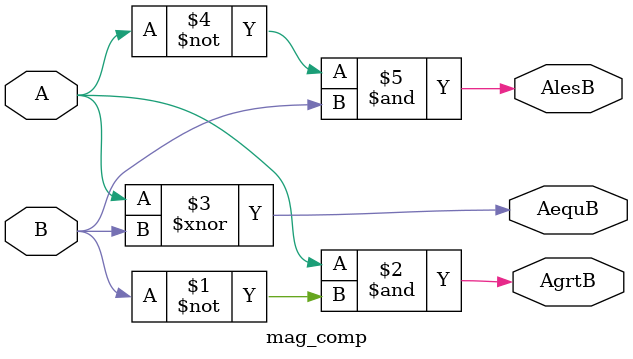
<source format=v>
module mag_comp(input A,B, output AgrtB,AequB,AlesB);

assign AgrtB = A&(~B);
assign AequB = A~^B;
assign AlesB = (~A)&B;

endmodule
</source>
